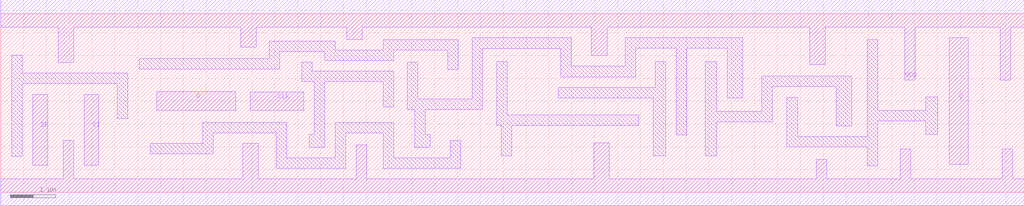
<source format=lef>
# Copyright 2022 GlobalFoundries PDK Authors
#
# Licensed under the Apache License, Version 2.0 (the "License");
# you may not use this file except in compliance with the License.
# You may obtain a copy of the License at
#
#      http://www.apache.org/licenses/LICENSE-2.0
#
# Unless required by applicable law or agreed to in writing, software
# distributed under the License is distributed on an "AS IS" BASIS,
# WITHOUT WARRANTIES OR CONDITIONS OF ANY KIND, either express or implied.
# See the License for the specific language governing permissions and
# limitations under the License.

MACRO gf180mcu_fd_sc_mcu7t5v0__sdffq_2
  CLASS core ;
  FOREIGN gf180mcu_fd_sc_mcu7t5v0__sdffq_2 0.0 0.0 ;
  ORIGIN 0 0 ;
  SYMMETRY X Y ;
  SITE GF018hv5v_mcu_sc7 ;
  SIZE 22.4 BY 3.92 ;
  PIN D
    DIRECTION INPUT ;
    ANTENNAGATEAREA 0.531 ;
    PORT
      LAYER METAL1 ;
        POLYGON 3.41 1.795 5.14 1.795 5.14 2.215 3.41 2.215  ;
    END
  END D
  PIN SE
    DIRECTION INPUT ;
    ANTENNAGATEAREA 1.062 ;
    PORT
      LAYER METAL1 ;
        POLYGON 0.705 0.595 1.03 0.595 1.03 2.15 0.705 2.15  ;
    END
  END SE
  PIN SI
    DIRECTION INPUT ;
    ANTENNAGATEAREA 0.531 ;
    PORT
      LAYER METAL1 ;
        POLYGON 1.825 0.595 2.15 0.595 2.15 2.15 1.825 2.15  ;
    END
  END SI
  PIN CLK
    DIRECTION INPUT ;
    USE clock ;
    ANTENNAGATEAREA 0.739 ;
    PORT
      LAYER METAL1 ;
        POLYGON 5.465 1.795 6.63 1.795 6.63 2.2 5.465 2.2  ;
    END
  END CLK
  PIN Q
    DIRECTION OUTPUT ;
    ANTENNADIFFAREA 1.11635 ;
    PORT
      LAYER METAL1 ;
        POLYGON 20.76 0.615 21.18 0.615 21.18 3.39 20.76 3.39  ;
    END
  END Q
  PIN VDD
    DIRECTION INOUT ;
    USE power ;
    SHAPE ABUTMENT ;
    PORT
      LAYER METAL1 ;
        POLYGON 0 3.62 1.26 3.62 1.26 2.845 1.6 2.845 1.6 3.62 2.775 3.62 5.25 3.62 5.25 3.18 5.59 3.18 5.59 3.62 7.57 3.62 7.57 3.35 7.91 3.35 7.91 3.62 10.015 3.62 12.93 3.62 12.93 2.995 13.27 2.995 13.27 3.62 16.245 3.62 17.71 3.62 17.71 2.8 18.05 2.8 18.05 3.62 18.63 3.62 19.785 3.62 19.785 2.46 20.015 2.46 20.015 3.62 20.515 3.62 21.875 3.62 21.875 2.46 22.105 2.46 22.105 3.62 22.4 3.62 22.4 4.22 20.515 4.22 18.63 4.22 16.245 4.22 10.015 4.22 2.775 4.22 0 4.22  ;
    END
  END VDD
  PIN VSS
    DIRECTION INOUT ;
    USE ground ;
    SHAPE ABUTMENT ;
    PORT
      LAYER METAL1 ;
        POLYGON 0 -0.3 22.4 -0.3 22.4 0.3 22.155 0.3 22.155 0.95 21.925 0.95 21.925 0.3 19.915 0.3 19.915 0.95 19.685 0.95 19.685 0.3 18.075 0.3 18.075 0.725 17.845 0.725 17.845 0.3 13.32 0.3 13.32 1.085 12.98 1.085 12.98 0.3 8.01 0.3 8.01 1.045 7.78 1.045 7.78 0.3 5.635 0.3 5.635 1.075 5.295 1.075 5.295 0.3 1.595 0.3 1.595 1.14 1.365 1.14 1.365 0.3 0 0.3  ;
    END
  END VSS
  OBS
      LAYER METAL1 ;
        POLYGON 0.245 0.79 0.475 0.79 0.475 2.385 2.545 2.385 2.545 1.625 2.775 1.625 2.775 2.615 0.475 2.615 0.475 3.015 0.245 3.015  ;
        POLYGON 6.585 2.43 6.86 2.43 6.86 1.275 6.75 1.275 6.75 0.99 7.09 0.99 7.09 2.43 8.37 2.43 8.37 1.875 8.6 1.875 8.6 2.66 6.815 2.66 6.815 2.86 6.585 2.86  ;
        POLYGON 3.03 2.705 6.105 2.705 6.105 3.09 7.09 3.09 7.09 2.89 8.6 2.89 8.6 3.12 9.785 3.12 9.785 2.69 10.015 2.69 10.015 3.35 8.37 3.35 8.37 3.12 7.32 3.12 7.32 3.32 5.875 3.32 5.875 2.935 3.03 2.935  ;
        POLYGON 3.27 0.845 4.655 0.845 4.655 1.305 6.035 1.305 6.035 0.53 7.55 0.53 7.55 1.305 8.375 1.305 8.375 0.53 10.07 0.53 10.07 1.14 9.84 1.14 9.84 0.76 8.605 0.76 8.605 1.535 7.32 1.535 7.32 0.76 6.265 0.76 6.265 1.535 4.425 1.535 4.425 1.075 3.27 1.075  ;
        POLYGON 10.855 1.47 10.96 1.47 10.96 0.8 11.19 0.8 11.19 1.47 13.965 1.47 13.965 1.7 11.085 1.7 11.085 2.87 10.855 2.87  ;
        POLYGON 12.2 2.07 14.285 2.07 14.285 0.8 14.555 0.8 14.555 2.87 14.325 2.87 14.325 2.3 12.2 2.3  ;
        POLYGON 9.295 1.82 10.555 1.82 10.555 3.15 12.26 3.15 12.26 2.53 13.9 2.53 13.9 3.16 14.785 3.16 14.785 1.26 15.015 1.26 15.015 3.16 15.905 3.16 15.905 2.07 16.245 2.07 16.245 3.39 13.67 3.39 13.67 2.765 12.49 2.765 12.49 3.39 10.325 3.39 10.325 2.05 9.13 2.05 9.13 2.86 8.9 2.86 8.9 1.82 9.065 1.82 9.065 0.99 9.405 0.99 9.405 1.275 9.295 1.275  ;
        POLYGON 15.425 0.8 15.675 0.8 15.675 1.54 16.885 1.54 16.885 2.315 18.29 2.315 18.29 1.46 18.63 1.46 18.63 2.55 16.655 2.55 16.655 1.775 15.675 1.775 15.675 2.87 15.425 2.87  ;
        POLYGON 17.2 0.995 18.965 0.995 18.965 0.575 19.195 0.575 19.195 1.565 20.245 1.565 20.245 1.275 20.515 1.275 20.515 2.085 20.245 2.085 20.245 1.795 19.195 1.795 19.195 3.345 18.965 3.345 18.965 1.23 17.45 1.23 17.45 2.08 17.2 2.08  ;
  END
END gf180mcu_fd_sc_mcu7t5v0__sdffq_2

</source>
